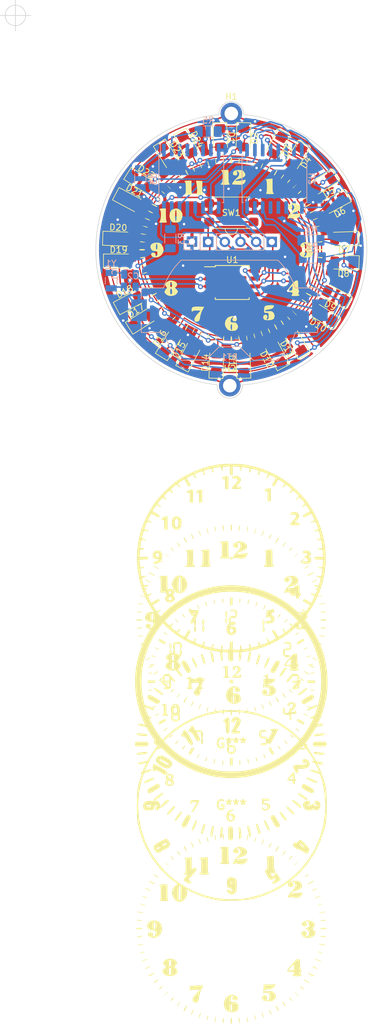
<source format=kicad_pcb>
(kicad_pcb (version 20211014) (generator pcbnew)
  (layers (0 "F.Cu" signal) (31 "B.Cu" signal) (34 "B.Paste" user) (35 "F.Paste" user) (36 "B.SilkS" user "B.Silkscreen") (37 "F.SilkS" user "F.Silkscreen") (38 "B.Mask" user) (39 "F.Mask" user) (44 "Edge.Cuts" user))
  (net 0 "")
  (net 1 "GND")
  (net 2 "Net-(C1-Pad1)")
  (net 3 "Net-(C1-Pad2)")
  (net 4 "Net-(C2-Pad1)")
  (net 5 "Net-(C2-Pad2)")
  (net 6 "Net-(D1-Pad2)")
  (net 7 "Net-(D12-Pad2)")
  (net 8 "Net-(D13-Pad2)")
  (net 9 "Net-(D14-Pad2)")
  (net 10 "Net-(D10-Pad1)")
  (net 11 "Net-(D11-Pad1)")
  (net 12 "Net-(D21-Pad1)")
  (net 13 "Net-(D26-Pad1)")
  (net 14 "VCC")
  (net 15 "Net-(U1-Pad7)")
  (net 16 "Net-(U1-Pad5)")
  (net 17 "Net-(U1-Pad6)")
  (net 18 "Net-(R1-Pad2)")
  (net 19 "Net-(R2-Pad2)")
  (net 20 "Net-(R3-Pad2)")
  (net 21 "Net-(R4-Pad2)")
  (net 22 "Net-(R5-Pad2)")
  (net 23 "Net-(U2-Pad9)")
  (net 28 "Net-(D15-Pad2)")
  (net 29 "Net-(D18-Pad1)")
  (net 30 "Net-(U3-Pad7)")
  (net 33 "Net-(J1-Pad1)")
  (footprint "graphics:watch9" (layer "F.Cu") (at 100 100)
    (fp_text reference "G***" hide)
    (fp_text value "LOGO" hide)
  )
  (footprint "graphics:watch2" (layer "F.Cu") (at 100 150)
    (fp_text reference "G***" hide)
    (fp_text value "LOGO" hide)
  )
  (footprint "Diode_SMD:D_1206_3216Metric_Pad1.42x1.75mm_HandSolder" (layer "F.Cu") (at 93.14287 117.119365 62)
    (fp_text reference "D15")
    (fp_text value "LED")
  )
  (footprint "Diode_SMD:D_1206_3216Metric_Pad1.42x1.75mm_HandSolder" (layer "F.Cu") (at 81.7007 101.8286)
    (fp_text reference "D19")
    (fp_text value "LED")
  )
  (footprint "Diode_SMD:D_1206_3216Metric_Pad1.42x1.75mm_HandSolder" (layer "F.Cu") (at 110.59049 84.912515 -122)
    (fp_text reference "D4")
    (fp_text value "LED")
  )
  (footprint "Diode_SMD:D_1206_3216Metric_Pad1.42x1.75mm_HandSolder" (layer "F.Cu") (at 110.59049 115.087085 122)
    (fp_text reference "D11")
    (fp_text value "LED")
  )
  (footprint "graphics:watch33" (layer "F.Cu") (at 100 170)
    (fp_text reference "G***" hide)
    (fp_text value "LOGO" hide)
  )
  (footprint "Diode_SMD:D_1206_3216Metric_Pad1.42x1.75mm_HandSolder" (layer "F.Cu") (at 85.496715 111.42869 32)
    (fp_text reference "D17")
    (fp_text value "LED")
  )
  (footprint "Diode_SMD:D_1206_3216Metric_Pad1.42x1.75mm_HandSolder" (layer "F.Cu") (at 97.587913 118.376006 88)
    (fp_text reference "D14")
    (fp_text value "LED")
  )
  (footprint "Diode_SMD:D_1206_3216Metric_Pad1.42x1.75mm_HandSolder" (layer "F.Cu") (at 118.275794 102.032913 178)
    (fp_text reference "D8")
    (fp_text value "LED")
  )
  (footprint "Ornament:TL3305AF160QG_Push_Button" (layer "F.Cu") (at 100 94 90)
    (fp_text reference "SW1")
    (fp_text value "SW_Push")
  )
  (footprint "Diode_SMD:D_1206_3216Metric_Pad1.42x1.75mm_HandSolder" (layer "F.Cu") (at 81.5848 98.2218 -2)
    (fp_text reference "D20")
    (fp_text value "LED")
  )
  (footprint "Diode_SMD:D_1206_3216Metric_Pad1.42x1.75mm_HandSolder" (layer "F.Cu") (at 118.250394 98.2472 -178)
    (fp_text reference "D7")
    (fp_text value "LED")
  )
  (footprint "graphics:watch8" (layer "F.Cu") (at 100 210)
    (fp_text reference "G***" hide)
    (fp_text value "LOGO" hide)
  )
  (footprint "Diode_SMD:D_1206_3216Metric_Pad1.42x1.75mm_HandSolder" (layer "F.Cu") (at 107.440931 83.083436 -118)
    (fp_text reference "D3")
    (fp_text value "LED")
  )
  (footprint "Diode_SMD:D_1206_3216Metric_Pad1.42x1.75mm_HandSolder" (layer "F.Cu") (at 101.951913 81.863406 -92)
    (fp_text reference "D2")
    (fp_text value "LED")
  )
  (footprint "Diode_SMD:D_1206_3216Metric_Pad1.42x1.75mm_HandSolder" (layer "F.Cu") (at 115.053472 110.694055 148)
    (fp_text reference "D10")
    (fp_text value "LED")
  )
  (footprint "graphics:watch6" (layer "F.Cu") (at 100 180)
    (fp_text reference "G***")
    (fp_text value "LOGO" hide)
  )
  (footprint "Diode_SMD:D_1206_3216Metric_Pad1.42x1.75mm_HandSolder" (layer "F.Cu") (at 92.81267 83.007236 -62)
    (fp_text reference "D24")
    (fp_text value "LED")
  )
  (footprint "Diode_SMD:D_1206_3216Metric_Pad1.42x1.75mm_HandSolder" (layer "F.Cu") (at 83.540636 108.380731 28)
    (fp_text reference "D18")
    (fp_text value "LED")
  )
  (footprint "Diode_SMD:D_1206_3216Metric_Pad1.42x1.75mm_HandSolder" (layer "F.Cu") (at 116.763765 92.35547 -152)
    (fp_text reference "D6")
    (fp_text value "LED")
  )
  (footprint "Diode_SMD:D_1206_3216Metric_Pad1.42x1.75mm_HandSolder" (layer "F.Cu") (at 89.942255 115.299128 58)
    (fp_text reference "D16")
    (fp_text value "LED")
  )
  (footprint "Diode_SMD:D_1206_3216Metric_Pad1.42x1.75mm_HandSolder" (layer "F.Cu") (at 85.217 88.9254 -32)
    (fp_text reference "D22")
    (fp_text value "LED")
  )
  (footprint "Diode_SMD:D_1206_3216Metric_Pad1.42x1.75mm_HandSolder" (layer "F.Cu") (at 114.883885 89.15511 -148)
    (fp_text reference "D5")
    (fp_text value "LED")
  )
  (footprint "Diode_SMD:D_1206_3216Metric_Pad1.42x1.75mm_HandSolder" (layer "F.Cu") (at 89.61231 84.734715 -58)
    (fp_text reference "D23")
    (fp_text value "LED")
  )
  (footprint "Diode_SMD:D_1206_3216Metric_Pad1.42x1.75mm_HandSolder" (layer "F.Cu") (at 101.954487 118.376006 92)
    (fp_text reference "D13")
    (fp_text value "LED")
  )
  (footprint "Diode_SMD:D_1206_3216Metric_Pad1.42x1.75mm_HandSolder" (layer "F.Cu") (at 98.198087 81.863406 -88)
    (fp_text reference "D1")
    (fp_text value "LED")
  )
  (footprint "Diode_SMD:D_1206_3216Metric_Pad1.42x1.75mm_HandSolder" (layer "F.Cu") (at 107.327861 116.923615 118)
    (fp_text reference "D12")
    (fp_text value "LED")
  )
  (footprint "MountingHole:MountingHole_2.2mm_M2_ISO7380_Pad" (layer "F.Cu") (at 99.748618 122.025)
    (fp_text reference "H2")
    (fp_text value "MountingHole_Pad")
  )
  (footprint "graphics:watch7" (layer "F.Cu") (at 100 190)
    (fp_text reference "G***")
    (fp_text value "LOGO" hide)
  )
  (footprint "Package_SO:SOIC-8W_5.3x5.3mm_P1.27mm" (layer "F.Cu") (at 100.1522 105.3084)
    (fp_text reference "U1")
    (fp_text value "ATtiny85-20S")
  )
  (footprint "Diode_SMD:D_1206_3216Metric_Pad1.42x1.75mm_HandSolder" (layer "F.Cu") (at 116.908785 107.454539 152)
    (fp_text reference "D9")
    (fp_text value "LED")
  )
  (footprint "Diode_SMD:D_1206_3216Metric_Pad1.42x1.75mm_HandSolder" (layer "F.Cu") (at 83.4136 92.075 -28)
    (fp_text reference "D21")
    (fp_text value "LED")
  )
  (footprint "graphics:watch3" (layer "F.Cu") (at 100 160)
    (fp_text reference "G***" hide)
    (fp_text value "LOGO" hide)
  )
  (footprint "MountingHole:MountingHole_2.2mm_M2_ISO7380_Pad" (layer "F.Cu") (at 100 77.925)
    (fp_text reference "H1")
    (fp_text value "MountingHole_Pad")
  )
  (footprint "Package_SO:SOIC-16W_7.5x10.3mm_P1.27mm" (layer "B.Cu") (at 107 88.5 90)
    (fp_text reference "U2")
    (fp_text value "74HC595")
  )
  (footprint "Connector_PinSocket_2.54mm:PinSocket_1x01_P2.54mm_Vertical" (layer "B.Cu") (at 93.6144 98.6794 -90)
    (fp_text reference "J2" hide)
    (fp_text value "Conn_01x01_Female")
  )
  (footprint "Resistor_SMD:R_1206_3216Metric_Pad1.30x1.75mm_HandSolder" (layer "B.Cu") (at 113.15 101.275 180)
    (fp_text reference "R2")
    (fp_text value "100")
  )
  (footprint "Resistor_SMD:R_1206_3216Metric_Pad1.30x1.75mm_HandSolder" (layer "B.Cu") (at 90.1 98.2 90)
    (fp_text reference "R3")
    (fp_text value "100")
  )
  (footprint "Resistor_SMD:R_1206_3216Metric_Pad1.30x1.75mm_HandSolder" (layer "B.Cu") (at 96.25 80.85 180)
    (fp_text reference "R5")
    (fp_text value "100")
  )
  (footprint "Package_SO:SOIC-16W_7.5x10.3mm_P1.27mm" (layer "B.Cu") (at 93.5 88.5 -90)
    (fp_text reference "U3")
    (fp_text value "74HC595")
  )
  (footprint "Crystal:Crystal_SMD_EuroQuartz_EQ161-2Pin_3.2x1.5mm" (layer "B.Cu") (at 80.5 105 -90)
    (fp_text reference "Y1")
    (fp_text value "Crystal")
  )
  (footprint "Connector_PinSocket_2.54mm:PinSocket_1x04_P2.54mm_Vertical" (layer "B.Cu") (at 106.5684 98.7302 90)
    (fp_text reference "J3" hide)
    (fp_text value "Conn_01x04_Female")
  )
  (footprint "Connector_PinSocket_2.54mm:PinSocket_1x01_P2.54mm_Vertical" (layer "B.Cu") (at 96.2406 98.7298 -90)
    (fp_text reference "J1")
    (fp_text value "Conn_01x01_Female")
  )
  (footprint "Battery:BatteryHolder_Keystone_1058_1x2032" (layer "B.Cu") (at 99.695 109.8 180)
    (fp_text reference "BT1")
    (fp_text value "Battery_Cell")
  )
  (footprint "Resistor_SMD:R_1206_3216Metric_Pad1.30x1.75mm_HandSolder" (layer "B.Cu") (at 85.225 88.475 90)
    (fp_text reference "R4")
    (fp_text value "100")
  )
  (footprint "Capacitor_SMD:C_0805_2012Metric" (layer "B.Cu") (at 83.499 106.0418 180)
    (fp_text reference "C2")
    (fp_text value "C")
  )
  (footprint "Capacitor_SMD:C_0805_2012Metric" (layer "B.Cu") (at 83.55 104)
    (fp_text reference "C1")
    (fp_text value "C")
  )
  (footprint "Resistor_SMD:R_1206_3216Metric_Pad1.30x1.75mm_HandSolder" (layer "B.Cu") (at 112.925 98.475 180)
    (fp_text reference "R1")
    (fp_text value "100")
  )
  (gr_arc (start 97.7 121.875167) (mid 78.007072 99.851601) (end 98 78.10001) (layer "Edge.Cuts") (width 0.1))
  (gr_arc (start 98 78.10001) (mid 100.000093 75.999747) (end 102.000186 78.10001) (layer "Edge.Cuts") (width 0.1))
  (gr_arc (start 101.799375 121.917395) (mid 99.727477 124.052384) (end 97.7 121.875167) (layer "Edge.Cuts") (width 0.1))
  (gr_arc (start 102 78.100001) (mid 121.990903 100.100689) (end 101.799375 121.917395) (layer "Edge.Cuts") (width 0.1))
  (target plus (at 64.9478 62.0268) (size 5) (width 0.1) (layer "Edge.Cuts"))
  (segment (start 100.025 77.975) (end 97.1 79.025) (width 0.25) (layer "F.Cu") (net 1))
  (segment (start 99.748618 122.025) (end 102.075 121.175) (width 0.25) (layer "F.Cu") (net 1))
  (segment (start 102.05 78.875) (end 103.85 79.2) (width 0.25) (layer "F.Cu") (net 1))
  (segment (start 102.075 121.175) (end 104.496512 120.621512) (width 0.25) (layer "F.Cu") (net 1))
  (segment (start 99.748618 122.025) (end 97.475 121.125) (width 0.25) (layer "F.Cu") (net 1))
  (segment (start 100.025 77.975) (end 102.05 78.875) (width 0.25) (layer "F.Cu") (net 1))
  (segment (start 95.425 120.775) (end 94.625 120.55) (width 0.25) (layer "F.Cu") (net 1))
  (segment (start 97.475 121.125) (end 95.425 120.775) (width 0.25) (layer "F.Cu") (net 1))
  (via (at 121 99.35) (size 0.8) (drill 0.4) (layers "F.Cu" "B.Cu") (net 1))
  (via (at 95.775 82.075) (size 0.8) (drill 0.4) (layers "F.Cu" "B.Cu") (net 1))
  (via (at 91.725 89.9) (size 0.8) (drill 0.4) (layers "F.Cu" "B.Cu") (net 1))
  (via (at 96.4 86.6) (size 0.8) (drill 0.4) (layers "F.Cu" "B.Cu") (net 1))
  (via (at 100.35 82.6) (size 0.8) (drill 0.4) (layers "F.Cu" "B.Cu") (net 1))
  (via (at 117.6 94.3) (size 0.8) (drill 0.4) (layers "F.Cu" "B.Cu") (net 1))
  (via (at 86.725 112.725) (size 0.8) (drill 0.4) (layers "F.Cu" "B.Cu") (net 1))
  (via (at 83.55 104.975) (size 0.8) (drill 0.4) (layers "F.Cu" "B.Cu") (net 1))
  (via (at 92.175 102.575) (size 0.8) (drill 0.4) (layers "F.Cu" "B.Cu") (net 1))
  (via (at 92.95 113.8) (size 0.8) (drill 0.4) (layers "F.Cu" "B.Cu") (net 1))
  (via (at 118 104.375) (size 0.8) (drill 0.4) (layers "F.Cu" "B.Cu") (net 1))
  (via (at 109.225 106.65) (size 0.8) (drill 0.4) (layers "F.Cu" "B.Cu") (net 1))
  (via (at 87.275 86.5) (size 0.8) (drill 0.4) (layers "F.Cu" "B.Cu") (net 1))
  (via (at 108.6 95.35) (size 0.8) (drill 0.4) (layers "F.Cu" "B.Cu") (net 1))
  (via (at 112.175 112.45) (size 0.8) (drill 0.4) (layers "F.Cu" "B.Cu") (net 1))
  (via (at 97.1 79.025) (size 0.8) (drill 0.4) (layers "F.Cu" "B.Cu") (net 1))
  (via (at 108.725 101.15) (size 0.8) (drill 0.4) (layers "F.Cu" "B.Cu") (net 1))
  (via (at 113.275 92.3) (size 0.8) (drill 0.4) (layers "F.Cu" "B.Cu") (net 1))
  (via (at 100.625 110.875) (size 0.8) (drill 0.4) (layers "F.Cu" "B.Cu") (net 1))
  (via (at 82.45 111.475) (size 0.8) (drill 0.4) (layers "F.Cu" "B.Cu") (net 1))
  (via (at 119.825 93.7) (size 0.8) (drill 0.4) (layers "F.Cu" "B.Cu") (net 1))
  (via (at 104.725 90.35) (size 0.8) (drill 0.4) (layers "F.Cu" "B.Cu") (net 1))
  (via (at 100.4 80.725) (size 0.8) (drill 0.4) (layers "F.Cu" "B.Cu") (net 1))
  (via (at 99.55 90.125) (size 0.8) (drill 0.4) (layers "F.Cu" "B.Cu") (net 1))
  (via (at 115.7 90.85) (size 0.8) (drill 0.4) (layers "F.Cu" "B.Cu") (net 1))
  (via (at 103.85 79.2) (size 0.8) (drill 0.4) (layers "F.Cu" "B.Cu") (net 1))
  (via (at 87.775 95.8) (size 0.8) (drill 0.4) (layers "F.Cu" "B.Cu") (net 1))
  (via (at 81.55 95.125) (size 0.8) (drill 0.4) (layers "F.Cu" "B.Cu") (net 1))
  (via (at 95.625 90.325) (size 0.8) (drill 0.4) (layers "F.Cu" "B.Cu") (net 1))
  (via (at 92.325 95.85) (size 0.8) (drill 0.4) (layers "F.Cu" "B.Cu") (net 1))
  (via (at 104.1 86.75) (size 0.8) (drill 0.4) (layers "F.Cu" "B.Cu") (net 1))
  (via (at 85.825 91.425) (size 0.8) (drill 0.4) (layers "F.Cu" "B.Cu") (net 1))
  (segment (start 83.475 107.65) (end 83.55 104.975) (width 0.25) (layer "B.Cu") (net 1))
  (segment (start 102.575 91.65) (end 103.475 90.975) (width 0.25) (layer "B.Cu") (net 1))
  (segment (start 85.015 109.8) (end 83.475 107.65) (width 0.25) (layer "B.Cu") (net 1))
  (segment (start 102.555 93.15) (end 102.575 91.65) (width 0.25) (layer "B.Cu") (net 1))
  (segment (start 80.5 103.75) (end 82.35 103.75) (width 0.25) (layer "B.Cu") (net 2))
  (segment (start 82.35 103.75) (end 82.6 104) (width 0.25) (layer "B.Cu") (net 2))
  (segment (start 95 104.75) (end 96.4256 104.75) (width 0.25) (layer "F.Cu") (net 3))
  (segment (start 96.4256 104.75) (end 96.5022 104.6734) (width 0.25) (layer "F.Cu") (net 3))
  (via (at 95 104.75) (size 0.8) (drill 0.4) (layers "F.Cu" "B.Cu") (net 3))
  (segment (start 85.25 104.75) (end 84.5 104) (width 0.25) (layer "B.Cu") (net 3))
  (segment (start 95 104.75) (end 85.25 104.75) (width 0.25) (layer "B.Cu") (net 3))
  (segment (start 96.5022 105.9434) (end 95.0566 105.9434) (width 0.25) (layer "F.Cu") (net 4))
  (segment (start 95.0566 105.9434) (end 95 106) (width 0.25) (layer "F.Cu") (net 4))
  (via (at 95 106) (size 0.8) (drill 0.4) (layers "F.Cu" "B.Cu") (net 4))
  (segment (start 84.449 106.0418) (end 84.9582 106.0418) (width 0.25) (layer "B.Cu") (net 4))
  (segment (start 85.4582 105.5418) (end 94.5418 105.5418) (width 0.25) (layer "B.Cu") (net 4))
  (segment (start 84.9582 106.0418) (end 85.4582 105.5418) (width 0.25) (layer "B.Cu") (net 4))
  (segment (start 94.5418 105.5418) (end 95 106) (width 0.25) (layer "B.Cu") (net 4))
  (segment (start 82.549 106.0418) (end 80.7082 106.0418) (width 0.25) (layer "B.Cu") (net 5))
  (segment (start 80.7082 106.0418) (end 80.5 106.25) (width 0.25) (layer "B.Cu") (net 5))
  (segment (start 80.05 92.25) (end 84.025 94.25) (width 0.2) (layer "F.Cu") (net 6))
  (segment (start 84.025 94.25) (end 84.525 94.5) (width 0.2) (layer "F.Cu") (net 6))
  (segment (start 85.8 112.15) (end 85.825 113.125) (width 0.25) (layer "F.Cu") (net 6))
  (segment (start 111.7 113.3) (end 113.504545 115.829545) (width 0.2) (layer "F.Cu") (net 6))
  (segment (start 81.55 98.45) (end 81.725 101.7) (width 0.25) (layer "F.Cu") (net 6))
  (segment (start 85.5 111.575) (end 85.8 112.15) (width 0.25) (layer "F.Cu") (net 6))
  (segment (start 83.725 108.975) (end 85.5 111.575) (width 0.25) (layer "F.Cu") (net 6))
  (segment (start 118.325 99.625) (end 118.275 102.5) (width 0.25) (layer "F.Cu") (net 6))
  (segment (start 81.725 101.7) (end 81.975 105.325) (width 0.25) (layer "F.Cu") (net 6))
  (segment (start 111.7 113.3) (end 111.125 112.15) (width 0.2) (layer "F.Cu") (net 6))
  (segment (start 85.825 113.125) (end 87.025 114.075) (width 0.25) (layer "F.Cu") (net 6))
  (segment (start 81.975 105.325) (end 83.725 108.975) (width 0.25) (layer "F.Cu") (net 6))
  (segment (start 96.247303 78.929113) (end 96.775 83.4) (width 0.2) (layer "F.Cu") (net 6))
  (segment (start 98.2 83.325) (end 96.775 83.4) (width 0.2) (layer "F.Cu") (net 6))
  (segment (start 83.071394 98.273713) (end 81.55 98.45) (width 0.25) (layer "F.Cu") (net 6))
  (via (at 113.504545 115.829545) (size 0.8) (drill 0.4) (layers "F.Cu" "B.Cu") (net 6))
  (via (at 118.325 99.625) (size 0.8) (drill 0.4) (layers "F.Cu" "B.Cu") (net 6))
  (via (at 87.025 114.075) (size 0.8) (drill 0.4) (layers "F.Cu" "B.Cu") (net 6))
  (via (at 118.275 102.5) (size 0.8) (drill 0.4) (layers "F.Cu" "B.Cu") (net 6))
  (arc (start 80.05 92.25) (mid 86.405296 83.469754) (end 96.247303 78.929113) (width 0.2) (layer "F.Cu") (net 6))
  (arc (start 113.4 109.6) (mid 111.675035 111.636734) (end 109.64398 113.368382) (width 0.2) (layer "F.Cu") (net 6))
  (arc (start 83.650001 98.425) (mid 84.167098 95.624116) (end 85.159558 92.954403) (width 0.2) (layer "F.Cu") (net 6))
  (segment (start 113.504545 115.829545) (end 110.525 117.6) (width 0.25) (layer "B.Cu") (net 6))
  (segment (start 113.975 115.55) (end 113.504545 115.829545) (width 0.25) (layer "B.Cu") (net 6))
  (segment (start 117.9 110.725) (end 115.75 113.975) (width 0.25) (layer "B.Cu") (net 6))
  (segment (start 115.75 113.975) (end 113.975 115.55) (width 0.25) (layer "B.Cu") (net 6))
  (segment (start 118.275 102.5) (end 120.6 103.75) (width 0.25) (layer "B.Cu") (net 6))
  (segment (start 120.6 103.75) (end 120.05 106.35) (width 0.25) (layer "B.Cu") (net 6))
  (segment (start 102.575 119.45) (end 110.525 117.6) (width 0.25) (layer "B.Cu") (net 6))
  (segment (start 87.025 114.075) (end 92.4 118.625) (width 0.25) (layer "B.Cu") (net 6))
  (segment (start 114.475 98.475) (end 118.325 99.625) (width 0.25) (layer "B.Cu") (net 6))
  (segment (start 120.05 106.35) (end 117.9 110.725) (width 0.25) (layer "B.Cu") (net 6))
  (segment (start 92.4 118.625) (end 102.575 119.45) (width 0.25) (layer "B.Cu") (net 6))
  (segment (start 86.588655 89.713655) (end 87.4 90.525) (width 0.25) (layer "F.Cu") (net 7))
  (segment (start 106.125 114.475) (end 106.625 115.6) (width 0.2) (layer "F.Cu") (net 7))
  (segment (start 86.478472 89.713655) (end 86.486345 89.713655) (width 0.25) (layer "F.Cu") (net 7))
  (segment (start 114.5 106.075) (end 115.125 104.95) (width 0.2) (layer "F.Cu") (net 7))
  (segment (start 101.9 83.35) (end 101.145736 83.35) (width 0.25) (layer "F.Cu") (net 7))
  (segment (start 115.575 106.725) (end 114.5 106.075) (width 0.2) (layer "F.Cu") (net 7))
  (segment (start 101.145736 83.35) (end 100.378771 84.116965) (width 0.25) (layer "F.Cu") (net 7))
  (segment (start 102.275 81.7) (end 101.9 83.35) (width 0.25) (layer "F.Cu") (net 7))
  (segment (start 83.1882 101.8286) (end 84.3786 101.8286) (width 0.25) (layer "F.Cu") (net 7))
  (segment (start 86.478472 89.713655) (end 86.588655 89.713655) (width 0.25) (layer "F.Cu") (net 7))
  (segment (start 86.486345 89.713655) (end 87.65 88.55) (width 0.25) (layer "F.Cu") (net 7))
  (via (at 102.275 81.7) (size 0.8) (drill 0.4) (layers "F.Cu" "B.Cu") (net 7))
  (via (at 100.378771 84.116965) (size 0.8) (drill 0.4) (layers "F.Cu" "B.Cu") (net 7))
  (via (at 115.125 104.95) (size 0.8) (drill 0.4) (layers "F.Cu" "B.Cu") (net 7))
  (via (at 87.65 88.55) (size 0.8) (drill 0.4) (layers "F.Cu" "B.Cu") (net 7))
  (arc (start 84.4 101.85) (mid 84.835136 95.893983) (end 87.45 90.525) (width 0.2) (layer "F.Cu") (net 7))
  (arc (start 114.499999 106.075) (mid 111.132473 111.100614) (end 106.116531 114.482529) (width 0.2) (layer "F.Cu") (net 7))
  (segment (start 115.975 87.15) (end 112.25 82.9) (width 0.25) (layer "B.Cu") (net 7))
  (segment (start 121.025 94.975) (end 120.6 93.55) (width 0.2) (layer "B.Cu") (net 7))
  (segment (start 108.275 80.85) (end 109.025 81.375) (width 0.25) (layer "B.Cu") (net 7))
  (segment (start 119.625 100.3) (end 120.5 96.8) (width 0.2) (layer "B.Cu") (net 7))
  (segment (start 109.625 81.5) (end 110.3 81.6) (width 0.25) (layer "B.Cu") (net 7))
  (segment (start 95.945736 88.55) (end 87.65 88.55) (width 0.25) (layer "B.Cu") (net 7))
  (segment (start 113.575 88.325) (end 115.975 87.15) (width 0.25) (layer "B.Cu") (net 7))
  (segment (start 111.825 82.525) (end 111.4 82.125) (width 0.25) (layer "B.Cu") (net 7))
  (segment (start 103.875 80.675) (end 105.35 80.075) (width 0.25) (layer "B.Cu") (net 7))
  (segment (start 120.6 93.55) (end 120 91.675) (width 0.2) (layer "B.Cu") (net 7))
  (segment (start 120.5 96.8) (end 121.025 94.975) (width 0.2) (layer "B.Cu") (net 7))
  (segment (start 114.7 101.275) (end 119.625 100.3) (width 0.2) (layer "B.Cu") (net 7))
  (segment (start 118.8 90.875) (end 117.225 88.825) (width 0.25) (layer "B.Cu") (net 7))
  (segment (start 115.125 104.95) (end 114.7 101.275) (width 0.2) (layer "B.Cu") (net 7))
  (segment (start 120 91.675) (end 119.4 90.75) (width 0.2) (layer "B.Cu") (net 7))
  (segment (start 113.475 89.4) (end 113.575 88.325) (width 0.25) (layer "B.Cu") (net 7))
  (segment (start 112.25 82.9) (end 111.825 82.525) (width 0.25) (layer "B.Cu") (net 7))
  (segment (start 103.125 81.65) (end 103.55 81.6) (width 0.25) (layer "B.Cu") (net 7))
  (segment (start 109.025 81.375) (end 109.625 81.5) (width 0.25) (layer "B.Cu") (net 7))
  (segment (start 117.225 88.825) (end 115.3 90.175) (width 0.25) (layer "B.Cu") (net 7))
  (segment (start 111.4 82.125) (end 110.3 81.6) (width 0.25) (layer "B.Cu") (net 7))
  (segment (start 119.4 90.75) (end 118.8 90.875) (width 0.2) (layer "B.Cu") (net 7))
  (segment (start 103.55 81.6) (end 103.875 80.675) (width 0.25) (layer "B.Cu") (net 7))
  (segment (start 106.55 79.9) (end 108.275 80.85) (width 0.25) (layer "B.Cu") (net 7))
  (segment (start 105.35 80.075) (end 106.55 79.9) (width 0.25) (layer "B.Cu") (net 7))
  (segment (start 103.125 81.65) (end 102.275 81.7) (width 0.25) (layer "B.Cu") (net 7))
  (segment (start 100.378771 84.116965) (end 95.945736 88.55) (width 0.25) (layer "B.Cu") (net 7))
  (segment (start 115.3 90.175) (end 113.475 89.4) (width 0.25) (layer "B.Cu") (net 7))
  (segment (start 90.4 86.05) (end 91.275 87.55) (width 0.2) (layer "F.Cu") (net 8))
  (segment (start 101.910773 115.589066) (end 101.910773 116.881213) (width 0.2) (layer "F.Cu") (net 8))
  (segment (start 86.5 106.95) (end 86.975 108.125) (width 0.2) (layer "F.Cu") (net 8))
  (segment (start 101.9 115.575) (end 101.8 115.075) (width 0.2) (layer "F.Cu") (net 8))
  (segment (start 116.75 101.975) (end 115.075 101.825) (width 0.2) (layer "F.Cu") (net 8))
  (segment (start 100.875 115.35) (end 101.794843 115.081666) (width 0.2) (layer "F.Cu") (net 8))
  (segment (start 101.910773 116.881213) (end 101.902574 116.889412) (width 0.2) (layer "F.Cu") (net 8))
  (segment (start 84.875 107.675) (end 86.5 106.95) (width 0.2) (layer "F.Cu") (net 8))
  (segment (start 105.8 85.95) (end 106.775 84.375) (width 0.2) (layer "F.Cu") (net 8))
  (via (at 94.918044 85.507107) (size 0.8) (drill 0.4) (layers "F.Cu" "B.Cu") (net 8))
  (via (at 86.975 108.125) (size 0.8) (drill 0.4) (layers "F.Cu" "B.Cu") (net 8))
  (via (at 100.875 115.35) (size 0.8) (drill 0.4) (layers "F.Cu" "B.Cu") (net 8))
  (via (at 84.825 102.625) (size 0.8) (drill 0.4) (layers "F.Cu" "B.Cu") (net 8))
  (via (at 93.584639 86.059978) (size 0.8) (drill 0.4) (layers "F.Cu" "B.Cu") (net 8))
  (arc (start 94.875 85.700001) (mid 100.366525 84.813781) (end 105.808903 85.963895) (width 0.2) (layer "F.Cu") (net 8))
  (arc (start 91.275 87.55) (mid 92.420248 86.8214) (end 93.625919 86.197855) (width 0.2) (layer "F.Cu") (net 8))
  (arc (start 86.5 106.95) (mid 85.258682 96.360489) (end 91.285872 87.565513) (width 0.2) (layer "F.Cu") (net 8))
  (arc (start 115.074999 101.85) (mid 110.719941 110.759227) (end 101.794843 115.081666) (width 0.2) (layer "F.Cu") (net 8))
  (segment (start 86.975 108.125) (end 98.725 115.275) (width 0.2) (layer "B.Cu") (net 8))
  (segment (start 98.725 115.275) (end 100.875 115.35) (width 0.2) (layer "B.Cu") (net 8))
  (segment (start 84.825 102.625) (end 90.1 99.75) (width 0.25) (layer "B.Cu") (net 8))
  (segment (start 93.584639 86.059978) (end 94.365173 86.059978) (width 0.25) (layer "B.Cu") (net 8))
  (segment (start 94.365173 86.059978) (end 94.918044 85.507107) (width 0.25) (layer "B.Cu") (net 8))
  (segment (start 89.15 110.3) (end 88.725 109.35) (width 0.2) (layer "F.Cu") (net 9))
  (segment (start 116.7638 98.299113) (end 115.400887 98.299113) (width 0.25) (layer "F.Cu") (net 9))
  (segment (start 88.725 109.35) (end 86.8 110.6) (width 0.2) (layer "F.Cu") (net 9))
  (segment (start 97.794228 114.487911) (end 96.25 114.675) (width 0.2) (layer "F.Cu") (net 9))
  (segment (start 97.809231 116.720007) (end 97.639826 116.889412) (width 0.2) (layer "F.Cu") (net 9))
  (segment (start 97.8 115.025) (end 97.8 114.475) (width 0.2) (layer "F.Cu") (net 9))
  (segment (start 93.525 84.325) (end 94.525 86.4) (width 0.2) (layer "F.Cu") (net 9))
  (segment (start 108.375 87.975) (end 109.825 86.2) (width 0.2) (layer "F.Cu") (net 9))
  (segment (start 97.809231 115.03664) (end 97.809231 116.720007) (width 0.2) (layer "F.Cu") (net 9))
  (segment (start 115.400887 98.299113) (end 114.599112 98.299113) (width 0.25) (layer "F.Cu") (net 9))
  (segment (start 115.400887 98.299113) (end 115.4 98.3) (width 0.25) (layer "F.Cu") (net 9))
  (segment (start 114.599112 98.299113) (end 114.549999 98.25) (width 0.25) (layer "F.Cu") (net 9))
  (via (at 89.15 110.3) (size 0.8) (drill 0.4) (layers "F.Cu" "B.Cu") (net 9))
  (via (at 96.25 114.675) (size 0.8) (drill 0.4) (layers "F.Cu" "B.Cu") (net 9))
  (via (at 88.05 91.85) (size 0.8) (drill 0.4) (layers "F.Cu" "B.Cu") (net 9))
  (arc (start 88.725 109.35) (mid 85.787455 96.457162) (end 94.432984 86.4517) (width 0.2) (layer "F.Cu") (net 9))
  (arc (start 114.549999 98.25) (mid 110.198648 110.523904) (end 97.794228 114.487911) (width 0.2) (layer "F.Cu") (net 9))
  (arc (start 94.525 86.400001) (mid 101.654155 85.432935) (end 108.384962 87.973862) (width 0.2) (layer "F.Cu") (net 9))
  (segment (start 85.225 90.025) (end 88.05 91.85) (width 0.25) (layer "B.Cu") (net 9))
  (segment (start 96.25 114.675) (end 89.15 110.3) (width 0.2) (layer "B.Cu") (net 9))
  (segment (start 118.07715 91.657131) (end 117.4 90.425) (width 0.25) (layer "F.Cu") (net 10))
  (segment (start 118.22217 107.48223) (end 118.22217 108.152878) (width 0.25) (layer "F.Cu") (net 10))
  (via (at 117.4 90.425) (size 0.8) (drill 0.4) (layers "F.Cu" "B.Cu") (net 10))
  (arc (start 118.160799 91.6686) (mid 119.908617 101.864343) (end 116.320316 111.566514) (width 0.2) (layer "F.Cu") (net 10))
  (segment (start 114.85 93.125) (end 111.445 93.15) (width 0.25) (layer "B.Cu") (net 10))
  (segment (start 117.4 90.425) (end 114.85 93.125) (width 0.25) (layer "B.Cu") (net 10))
  (segment (start 110.725 115.075) (end 111.378745 116.348557) (width 0.25) (layer "F.Cu") (net 11))
  (segment (start 98.195287 119.901394) (end 98.169887 119.875994) (width 0.25) (layer "F.Cu") (net 11))
  (via (at 110.725 115.075) (size 0.8) (drill 0.4) (layers "F.Cu" "B.Cu") (net 11))
  (arc (start 111.379 116.3574) (mid 102.198855 119.792638) (end 92.491977 118.431599) (width 0.2) (layer "F.Cu") (net 11))
  (segment (start 113.3 96.775) (end 112.975 95.975) (width 0.25) (layer "B.Cu") (net 11))
  (segment (start 114.125 114.625) (end 115.475 113.3) (width 0.25) (layer "B.Cu") (net 11))
  (segment (start 118.5 107.65) (end 114.325 105.575) (width 0.25) (layer "B.Cu") (net 11))
  (segment (start 114.325 105.575) (end 113.275 102.7) (width 0.25) (layer "B.Cu") (net 11))
  (segment (start 115.475 113.3) (end 117.625 110.225) (width 0.25) (layer "B.Cu") (net 11))
  (segment (start 110.725 115.075) (end 113.1 114.9) (width 0.25) (layer "B.Cu") (net 11))
  (segment (start 111.075 94.875) (end 110.175 93.15) (width 0.25) (layer "B.Cu") (net 11))
  (segment (start 117.625 110.225) (end 118.5 107.65) (width 0.25) (layer "B.Cu") (net 11))
  (segment (start 112.975 95.975) (end 111.075 94.875) (width 0.25) (layer "B.Cu") (net 11))
  (segment (start 113.1 114.9) (end 114.125 114.625) (width 0.25) (layer "B.Cu") (net 11))
  (segment (start 113.275 102.7) (end 113.3 96.775) (width 0.25) (layer "B.Cu") (net 11))
  (segment (start 92.114331 81.693851) (end 93.7 82.175) (width 0.25) (layer "F.Cu") (net 12))
  (segment (start 92.114331 81.693851) (end 91.508749 81.693851) (width 0.25) (layer "F.Cu") (net 12))
  (segment (start 83.828843 88.112855) (end 83.905043 88.112855) (width 0.25) (layer "F.Cu") (net 12))
  (via (at 93.7 82.175) (size 0.8) (drill 0.4) (layers "F.Cu" "B.Cu") (net 12))
  (arc (start 81.600001 91) (mid 85.846454 85.193343) (end 91.838642 81.212978) (width 0.2) (layer "F.Cu") (net 12))
  (segment (start 94.725 82.325) (end 95.405 83.85) (width 0.25) (layer "B.Cu") (net 12))
  (segment (start 93.7 82.175) (end 94.725 82.325) (width 0.25) (layer "B.Cu") (net 12))
  (segment (start 103.318604 100.5768) (end 102.665404 99.9236) (width 0.25) (layer "F.Cu") (net 14))
  (segment (start 103.8022 103.4034) (end 103.6216 103.4034) (width 0.25) (layer "F.Cu") (net 14))
  (segment (start 104.3268 100.5768) (end 103.318604 100.5768) (width 0.25) (layer "F.Cu") (net 14))
  (segment (start 104.7314 103.0186) (end 104.7314 100.9814) (width 0.25) (layer "F.Cu") (net 14))
  (segment (start 103.8022 103.4034) (end 102.25 103.375) (width 0.25) (layer "F.Cu") (net 14))
  (segment (start 100.1418 99.9236) (end 98.9484 98.7302) (width 0.25) (layer "F.Cu") (net 14))
  (segment (start 104.3466 103.4034) (end 104.7314 103.0186) (width 0.25) (layer "F.Cu") (net 14))
  (segment (start 102.665404 99.9236) (end 100.1418 99.9236) (width 0.25) (layer "F.Cu") (net 14))
  (segment (start 90.35 91.525) (end 95.025 91.525) (width 0.25) (layer "F.Cu") (net 14))
  (segment (start 98.9484 98.7302) (end 99.304 98.7302) (width 0.25) (layer "F.Cu") (net 14))
  (segment (start 104.7314 100.9814) (end 104.3268 100.5768) (width 0.25) (layer "F.Cu") (net 14))
  (segment (start 103.8022 103.4034) (end 104.3466 103.4034) (width 0.25) (layer "F.Cu") (net 14))
  (via (at 90.35 91.525) (size 0.8) (drill 0.4) (layers "F.Cu" "B.Cu") (net 14))
  (via (at 95.025 91.525) (size 0.8) (drill 0.4) (layers "F.Cu" "B.Cu") (net 14))
  (via (at 102.25 103.375) (size 0.8) (drill 0.4) (layers "F.Cu" "B.Cu") (net 14))
  (segment (start 103.825 82.575) (end 103.825 83.85) (width 0.25) (layer "B.Cu") (net 14))
  (segment (start 110.25 82.15) (end 107.125 81.425) (width 0.25) (layer "B.Cu") (net 14))
  (segment (start 96.675 89.3) (end 100.55 85.75) (width 0.25) (layer "B.Cu") (net 14))
  (segment (start 100.55 85.75) (end 103.375 85.75) (width 0.25) (layer "B.Cu") (net 14))
  (segment (start 88.625 95.4) (end 88.575 97.6) (width 0.25) (layer "B.Cu") (net 14))
  (segment (start 97 97.25) (end 98.9484 98.7302) (width 0.25) (layer "B.Cu") (net 14))
  (segment (start 105.625 80.625) (end 105.15 80.825) (width 0.25) (layer "B.Cu") (net 14))
  (segment (start 89.05 95.1) (end 88.625 95.4) (width 0.25) (layer "B.Cu") (net 14))
  (segment (start 90.1 91.675) (end 90.35 91.525) (width 0.25) (layer "B.Cu") (net 14))
  (segment (start 96.675 93.15) (end 96.675 91.525) (width 0.25) (layer "B.Cu") (net 14))
  (segment (start 103.375 85.75) (end 103.7 85.45) (width 0.25) (layer "B.Cu") (net 14))
  (segment (start 91.725 98) (end 92.275 97.2) (width 0.25) (layer "B.Cu") (net 14))
  (segment (start 111.425 82.775) (end 110.25 82.15) (width 0.25) (layer "B.Cu") (net 14))
  (segment (start 103.7 85.45) (end 103.825 85.275) (width 0.25) (layer "B.Cu") (net 14))
  (segment (start 95.025 91.525) (end 96.675 91.525) (width 0.25) (layer "B.Cu") (net 14))
  (segment (start 102.25 103.375) (end 104.875 107.525) (width 0.25) (layer "B.Cu") (net 14))
  (segment (start 105.15 80.825) (end 104.225 81.075) (width 0.25) (layer "B.Cu") (net 14))
  (segment (start 89.055 93.15) (end 89.05 95.1) (width 0.25) (layer "B.Cu") (net 14))
  (segment (start 104.225 81.075) (end 104.1 81.475) (width 0.25) (layer "B.Cu") (net 14))
  (segment (start 92.275 97.2) (end 97 97.25) (width 0.25) (layer "B.Cu") (net 14))
  (segment (start 96.675 91.525) (end 96.675 89.3) (width 0.25) (layer "B.Cu") (net 14))
  (segment (start 104.1 81.475) (end 103.825 82.575) (width 0.25) (layer "B.Cu") (net 14))
  (segment (start 106.625 80.65) (end 105.625 80.625) (width 0.25) (layer "B.Cu") (net 14))
  (segment (start 103.825 85.275) (end 103.825 83.85) (width 0.25) (layer "B.Cu") (net 14))
  (segment (start 88.575 97.6) (end 89.025 98) (width 0.25) (layer "B.Cu") (net 14))
  (segment (start 104.875 107.525) (end 114.375 109.8) (width 0.25) (layer "B.Cu") (net 14))
  (segment (start 89.055 93.15) (end 89.05 92.45) (width 0.25) (layer "B.Cu") (net 14))
  (segment (start 89.025 98) (end 91.725 98) (width 0.25) (layer "B.Cu") (net 14))
  (segment (start 89.05 92.45) (end 90.1 91.675) (width 0.25) (layer "B.Cu") (net 14))
  (segment (start 107.125 81.425) (end 106.625 80.65) (width 0.25) (layer "B.Cu") (net 14))
  (segment (start 111.445 83.85) (end 111.425 82.775) (width 0.25) (layer "B.Cu") (net 14))
  (segment (start 105.3753 103.6253) (end 105.475 103.5256) (width 0.25) (layer "F.Cu") (net 15))
  (segment (start 112.875 87.825) (end 111.1 85.3) (width 0.25) (layer "F.Cu") (net 15))
  (segment (start 105.475 100.975) (end 104.6268 100.1268) (width 0.25) (layer "F.Cu") (net 15))
  (segment (start 111.225 103.925) (end 112.175 100.775) (width 0.25) (layer "F.Cu") (net 15))
  (segment (start 109.125 91.95) (end 108.6 91.5) (width 0.25) (layer "F.Cu") (net 15))
  (segment (start 103.505 100.1268) (end 102.1084 98.7302) (width 0.25) (layer "F.Cu") (net 15))
  (segment (start 105.475 103.5256) (end 105.475 100.975) (width 0.25) (layer "F.Cu") (net 15))
  (segment (start 111.825 96.75) (end 109.125 91.95) (width 0.25) (layer "F.Cu") (net 15))
  (segment (start 108.5 103.825) (end 111.225 103.925) (width 0.25) (layer "F.Cu") (net 15))
  (segment (start 108.6 91.5) (end 112.875 87.825) (width 0.25) (layer "F.Cu") (net 15))
  (segment (start 105.3253 103.6753) (end 105.3753 103.6253) (width 0.25) (layer "F.Cu") (net 15))
  (segment (start 112.175 100.775) (end 111.825 96.75) (width 0.25) (layer "F.Cu") (net 15))
  (segment (start 107.4 83.425) (end 105.85 82.225) (width 0.25) (layer "F.Cu") (net 15))
  (segment (start 102.1084 98.7302) (end 101.4884 98.7302) (width 0.25) (layer "F.Cu") (net 15))
  (segment (start 111.1 85.3) (end 107.4 83.425) (width 0.25) (layer "F.Cu") (net 15))
  (segment (start 104.3272 104.6734) (end 105.3253 103.6753) (width 0.25) (layer "F.Cu") (net 15))
  (segment (start 104.6268 100.1268) (end 103.505 100.1268) (width 0.25) (layer "F.Cu") (net 15))
  (segment (start 103.8022 104.6734) (end 104.3272 104.6734) (width 0.25) (layer "F.Cu") (net 15))
  (via (at 105.85 82.225) (size 0.8) (drill 0.4) (layers "F.Cu" "B.Cu") (net 15))
  (via (at 108.5 103.825) (size 0.8) (drill 0.4) (layers "F.Cu" "B.Cu") (net 15))
  (via (at 105.3253 103.6753) (size 0.8) (drill 0.4) (layers "F.Cu" "B.Cu") (net 15))
  (segment (start 94.175 94.425) (end 94.135 93.15) (width 0.25) (layer "B.Cu") (net 15))
  (segment (start 101.45 97.55) (end 100.85 97.15) (width 0.25) (layer "B.Cu") (net 15))
  (segment (start 105.85 82.225) (end 106.365 83.85) (width 0.25) (layer "B.Cu") (net 15))
  (segment (start 98.2 97.15) (end 95.475 94.7) (width 0.25) (layer "B.Cu") (net 15))
  (segment (start 94.45 94.7) (end 94.175 94.425) (width 0.25) (layer "B.Cu") (net 15))
  (segment (start 100.85 97.15) (end 98.2 97.15) (width 0.25) (layer "B.Cu") (net 15))
  (segment (start 105.3253 103.6753) (end 108.5 103.825) (width 0.25) (layer "B.Cu") (net 15))
  (segment (start 95.475 94.7) (end 94.45 94.7) (width 0.25) (layer "B.Cu") (net 15))
  (segment (start 101.4884 98.7302) (end 101.45 97.55) (width 0.25) (layer "B.Cu") (net 15))
  (segment (start 103.8022 107.2134) (end 104.9274 107.2134) (width 0.25) (layer "F.Cu") (net 16))
  (segment (start 104.9274 107.2134) (end 106.725 105.4158) (width 0.25) (layer "F.Cu") (net 16))
  (segment (start 106.725 98.8868) (end 106.5684 98.7302) (width 0.25) (layer "F.Cu") (net 16))
  (segment (start 106.725 105.4158) (end 106.725 98.8868) (width 0.25) (layer "F.Cu") (net 16))
  (arc (start 106.2128 99.0858) (mid 106.316953 98.834353) (end 106.5684 98.7302) (width 0.25) (layer "F.Cu") (net 16))
  (segment (start 106.3802 98.7302) (end 101.825 94.175) (width 0.25) (layer "B.Cu") (net 16))
  (segment (start 106.5684 98.7302) (end 106.3802 98.7302) (width 0.25) (layer "B.Cu") (net 16))
  (segment (start 106.5 86.375) (end 108.425 86.4) (width 0.25) (layer "B.Cu") (net 16))
  (segment (start 101.825 91.356751) (end 106.5 86.375) (width 0.25) (layer "B.Cu") (net 16))
  (segment (start 108.95 85.875) (end 108.905 83.85) (width 0.25) (layer "B.Cu") (net 16))
  (segment (start 108.905 84.276751) (end 108.905 83.85) (width 0.25) (layer "B.Cu") (net 16))
  (segment (start 101.825 94.175) (end 101.825 91.356751) (width 0.25) (layer "B.Cu") (net 16))
  (segment (start 108.425 86.4) (end 108.95 85.875) (width 0.25) (layer "B.Cu") (net 16))
  (segment (start 103.8022 105.9434) (end 104.394 105.9434) (width 0.25) (layer "F.Cu") (net 17))
  (segment (start 108.475562 105.050562) (end 111.45 105.325) (width 0.25) (layer "F.Cu") (net 17))
  (segment (start 106.525 81.825) (end 106.325 81.525) (width 0.25) (layer "F.Cu") (net 17))
  (segment (start 112.825 100.775) (end 112.375 96.525) (width 0.25) (layer "F.Cu") (net 17))
  (segment (start 113.725 88.05) (end 114.175 87.7) (width 0.25) (layer "F.Cu") (net 17))
  (segment (start 107.9 83.1) (end 106.725 82.325) (width 0.25) (layer "F.Cu") (net 17))
  (segment (start 112.375 96.525) (end 110.1 92.375) (width 0.25) (layer "F.Cu") (net 17))
  (segment (start 106.125 100.8268) (end 104.0284 98.7302) (width 0.25) (layer "F.Cu") (net 17))
  (segment (start 104.394 105.9434) (end 105.2687 105.0687) (width 0.25) (layer "F.Cu") (net 17))
  (segment (start 105.2687 105.0687) (end 106.125 104.2124) (width 0.25) (layer "F.Cu") (net 17))
  (segment (start 111.45 105.325) (end 112.825 100.775) (width 0.25) (layer "F.Cu") (net 17))
  (segment (start 114.175 87.7) (end 111.975 85.25) (width 0.25) (layer "F.Cu") (net 17))
  (segment (start 106.325 81.525) (end 105.625 81.375) (width 0.25) (layer "F.Cu") (net 17))
  (segment (start 110.1 92.375) (end 109.475 91.575) (width 0.25) (layer "F.Cu") (net 17))
  (segment (start 110.75 84.6) (end 107.9 83.1) (width 0.25) (layer "F.Cu") (net 17))
  (segment (start 105.625 81.375) (end 104.85 81.675) (width 0.25) (layer "F.Cu") (net 17))
  (segment (start 106.125 104.2124) (end 106.125 100.8268) (width 0.25) (layer "F.Cu") (net 17))
  (segment (start 109.475 91.575) (end 113.725 88.05) (width 0.25) (layer "F.Cu") (net 17))
  (segment (start 106.725 82.325) (end 106.525 81.825) (width 0.25) (layer "F.Cu") (net 17))
  (segment (start 111.975 85.25) (end 110.75 84.6) (width 0.25) (layer "F.Cu") (net 17))
  (via (at 105.2687 105.0687) (size 0.8) (drill 0.4) (layers "F.Cu" "B.Cu") (net 17))
  (via (at 104.85 81.675) (size 0.8) (drill 0.4) (layers "F.Cu" "B.Cu") (net 17))
  (via (at 108.475562 105.050562) (size 0.8) (drill 0.4) (layers "F.Cu" "B.Cu") (net 17))
  (segment (start 105.2687 105.0687) (end 108.475562 105.050562) (width 0.25) (layer "B.Cu") (net 17))
  (segment (start 108.475562 105.050562) (end 108.575 105.05) (width 0.25) (layer "B.Cu") (net 17))
  (segment (start 105.095 83.85) (end 104.85 81.675) (width 0.25) (layer "B.Cu") (net 17))
  (segment (start 98.275 96.446751) (end 98.275 96.45) (width 0.25) (layer "B.Cu") (net 17))
  (segment (start 98.275 96.45) (end 98.475 96.625) (width 0.25) (layer "B.Cu") (net 17))
  (segment (start 101.9232 96.625) (end 104.0284 98.7302) (width 0.25) (layer "B.Cu") (net 17))
  (segment (start 98.475 96.625) (end 101.9232 96.625) (width 0.25) (layer "B.Cu") (net 17))
  (segment (start 95.405 93.15) (end 95.405 93.576751) (width 0.25) (layer "B.Cu") (net 17))
  (segment (start 95.405 93.576751) (end 98.275 96.446751) (width 0.25) (layer "B.Cu") (net 17))
  (segment (start 105.625 94.975) (end 105.095 93.15) (width 0.25) (layer "B.Cu") (net 18))
  (segment (start 111.375 98.475) (end 106.725 95.1) (width 0.25) (layer "B.Cu") (net 18))
  (segment (start 106.725 95.1) (end 105.625 94.975) (width 0.25) (layer "B.Cu") (net 18))
  (segment (start 103.825 93.15) (end 104.825 94.8) (width 0.25) (layer "B.Cu") (net 19))
  (segment (start 104.825 94.8) (end 105.55 95.975) (width 0.25) (layer "B.Cu") (net 19))
  (segment (start 107.025 95.975) (end 111.6 101.275) (width 0.25) (layer "B.Cu") (net 19))
  (segment (start 105.55 95.975) (end 107.025 95.975) (width 0.25) (layer "B.Cu") (net 19))
  (segment (start 90.1 96.65) (end 90.325 93.15) (width 0.25) (layer "B.Cu") (net 20))
  (segment (start 85.225 86.925) (end 89.055 83.85) (width 0.25) (layer "B.Cu") (net 21))
  (segment (start 94.7 80.85) (end 90.35 81.75) (width 0.25) (layer "B.Cu") (net 22))
  (segment (start 90.35 81.75) (end 90.325 83.85) (width 0.25) (layer "B.Cu") (net 22))
  (segment (start 100.066066 85.066066) (end 101.7 85.066066) (width 0.25) (layer "B.Cu") (net 23))
  (segment (start 102.075 85.075) (end 102.25 85.075) (width 0.25) (layer "B.Cu") (net 23))
  (segment (start 101.7 85.066066) (end 102.075 85.075) (width 0.25) (layer "B.Cu") (net 23))
  (segment (start 102.25 85.075) (end 102.555 83.85) (width 0.25) (layer "B.Cu") (net 23))
  (segment (start 97.028566 88.103566) (end 100.066066 85.066066) (width 0.25) (layer "B.Cu") (net 23))
  (segment (start 91.595 92.723249) (end 95.318249 89) (width 0.25) (layer "B.Cu") (net 23))
  (segment (start 91.595 93.15) (end 91.595 92.723249) (width 0.25) (layer "B.Cu") (net 23))
  (segment (start 101.7 85.066066) (end 101.7 85.075) (width 0.25) (layer "B.Cu") (net 23))
  (segment (start 95.318249 89) (end 96.132132 89) (width 0.25) (layer "B.Cu") (net 23))
  (segment (start 96.132132 89) (end 97.028566 88.103566) (width 0.25) (layer "B.Cu") (net 23))
  (segment (start 94.875 113.8) (end 95.15 113.3) (width 0.2) (layer "F.Cu") (net 28))
  (segment (start 115.44619 93.053809) (end 115.45038 93.053809) (width 0.2) (layer "F.Cu") (net 28))
  (segment (start 113.5 94.3) (end 113.05 94.575) (width 0.2) (layer "F.Cu") (net 28))
  (segment (start 93.841209 115.80598) (end 93.841209 115.658791) (width 0.25) (layer "F.Cu") (net 28))
  (segment (start 92.390962 111.042986) (end 90.7 113.7) (width 0.2) (layer "F.Cu") (net 28))
  (segment (start 113.5 94.3) (end 115.5 93) (width 0.2) (layer "F.Cu") (net 28))
  (segment (start 110.65 91.85) (end 113.5 89.95) (width 0.2) (layer "F.Cu") (net 28))
  (segment (start 114.85 89.075) (end 113.622413 89.943365) (width 0.25) (layer "F.Cu") (net 28))
  (segment (start 93.9 115.7) (end 94.9 113.8) (width 0.2) (layer "F.Cu") (net 28))
  (segment (start 93.841209 115.658791) (end 93.9 115.6) (width 0.25) (layer "F.Cu") (net 28))
  (via (at 114.85 89.075) (size 0.8) (drill 0.4) (layers "F.Cu" "B.Cu") (net 28))
  (arc (start 93.853 115.7986) (mid 92.179627 115.037912) (end 90.598397 114.10061) (width 0.2) (layer "F.Cu") (net 28))
  (arc (start 113.6904 89.916) (mid 114.699509 91.450766) (end 115.536967 93.085536) (width 0.2) (layer "F.Cu") (net 28))
  (arc (start 113.05 94.575) (mid 110.215151 109.766464) (end 95.166248 113.28036) (width 0.2) (layer "F.Cu") (net 28))
  (arc (start 110.65 91.85) (mid 109.7162 109.243401) (end 92.390962 111.042986) (width 0.2) (layer "F.Cu") (net 28))
  (segment (start 109.4 80.65) (end 109.2 80.85) (width 0.25) (layer "B.Cu") (net 28))
  (segment (start 112.4 82.35) (end 112.4 82.275) (width 0.25) (layer "B.Cu") (net 28))
  (segment (start 97.8 80.85) (end 98.725 81.25) (width 0.25) (layer "B.Cu") (net 28))
  (segment (start 111.975 81.9) (end 110.975 81.3) (width 0.25) (layer "B.Cu") (net 28))
  (segment (start 110.975 81.3) (end 109.65 80.65) (width 0.25) (layer "B.Cu") (net 28))
  (segment (start 99.75 81.65) (end 100.625 81.775) (width 0.25) (layer "B.Cu") (net 28))
  (segment (start 108.175 79.825) (end 106.325 79.25) (width 0.25) (layer "B.Cu") (net 28))
  (segment (start 100.625 81.775) (end 101.525 81.5) (width 0.25) (layer "B.Cu") (net 28))
  (segment (start 114.95 84.9) (end 112.4 82.35) (width 0.25) (layer "B.Cu") (net 28))
  (segment (start 114.85 89.075) (end 117.2 87.45) (width 0.25) (layer "B.Cu") (net 28))
  (segment (start 103.275 80.325) (end 102.4 80.85) (width 0.25) (layer "B.Cu") (net 28))
  (segment (start 117.2 87.45) (end 114.95 84.9) (width 0.25) (layer "B.Cu") (net 28))
  (segment (start 99.4 81.275) (end 99.75 81.65) (width 0.25) (layer "B.Cu") (net 28))
  (segment (start 98.725 81.25) (end 99.4 81.275) (width 0.25) (layer "B.Cu") (net 28))
  (segment (start 101.625 81.15) (end 102.4 80.85) (width 0.25) (layer "B.Cu") (net 28))
  (segment (start 109.2 80.85) (end 108.175 79.825) (width 0.25) (layer "B.Cu") (net 28))
  (segment (start 112.4 82.275) (end 111.975 81.9) (width 0.25) (layer "B.Cu") (net 28))
  (segment (start 101.525 81.5) (end 101.625 81.15) (width 0.25) (layer "B.Cu") (net 28))
  (segment (start 109.65 80.65) (end 109.4 80.65) (width 0.25) (layer "B.Cu") (net 28))
  (segment (start 106.325 79.25) (end 103.275 80.325) (width 0.25) (layer "B.Cu") (net 28))
  (segment (start 89.154 116.5606) (end 89.15 117.15) (width 0.25) (layer "F.Cu") (net 29))
  (segment (start 79.971206 101.753306) (end 80.0465 101.8286) (width 0.25) (layer "F.Cu") (net 29))
  (segment (start 90.075 115.5) (end 89.154 116.5606) (width 0.25) (layer "F.Cu") (net 29))
  (segment (start 88.976455 116.856557) (end 88.874855 116.856557) (width 0.25) (layer "F.Cu") (net 29))
  (via (at 90.075 115.5) (size 0.8) (drill 0.4) (layers "F.Cu" "B.Cu") (net 29))
  (arc (start 89.1032 116.6114) (mid 82.138716 108.677694) (end 80.217915 98.297027) (width 0.2) (layer "F.Cu") (net 29))
  (segment (start 112.525 96.4) (end 109.475 94.95) (width 0.25) (layer "B.Cu") (net 29))
  (segment (start 109.6 114.4) (end 112.025 114.225) (width 0.25) (layer "B.Cu") (net 29))
  (segment (start 92.175 117.6) (end 90.075 115.5) (width 0.25) (layer "B.Cu") (net 29))
  (segment (start 112.65 99.575) (end 112.525 96.4) (width 0.25) (layer "B.Cu") (net 29))
  (segment (start 109.6 114.4) (end 109.55 116.8) (width 0.25) (layer "B.Cu") (net 29))
  (segment (start 112.75 105.55) (end 112.575 102.425) (width 0.25) (layer "B.Cu") (net 29))
  (segment (start 113.875 114) (end 116.025 111.675) (width 0.25) (layer "B.Cu") (net 29))
  (segment (start 117.65 108.3) (end 114.475 106.625) (width 0.25) (layer "B.Cu") (net 29))
  (segment (start 116.025 111.675) (end 117.65 108.3) (width 0.25) (layer "B.Cu") (net 29))
  (segment (start 112.575 102.425) (end 112.65 99.575) (width 0.25) (layer "B.Cu") (net 29))
  (segment (start 112.025 114.225) (end 113.875 114) (width 0.25) (layer "B.Cu") (net 29))
  (segment (start 101.375 118.475) (end 92.175 117.6) (width 0.25) (layer "B.Cu") (net 29))
  (segment (start 108.905 93.15) (end 109.475 94.95) (width 0.25) (layer "B.Cu") (net 29))
  (segment (start 114.475 106.625) (end 112.75 105.55) (width 0.25) (layer "B.Cu") (net 29))
  (segment (start 109.55 116.8) (end 101.375 118.475) (width 0.25) (layer "B.Cu") (net 29))
  (segment (start 111.378745 83.651043) (end 111.429545 83.651043) (width 0.25) (layer "F.Cu") (net 30))
  (segment (start 99.05 82) (end 98.146174 80.376812) (width 0.25) (layer "F.Cu") (net 30))
  (segment (start 101.931313 80.072806) (end 101.956713 80.098206) (width 0.25) (layer "F.Cu") (net 30))
  (via (at 99.05 82) (size 0.8) (drill 0.4) (layers "F.Cu" "B.Cu") (net 30))
  (arc (start 98.2625 80.0625) (mid 108.386038 81.813288) (end 116.294631 88.371139) (width 0.2) (layer "F.Cu") (net 30))
  (segment (start 96.675 83.85) (end 96.7 82.25) (width 0.25) (layer "B.Cu") (net 30))
  (segment (start 96.7 82.25) (end 99.05 82) (width 0.25) (layer "B.Cu") (net 30))
  (segment (start 96.4 95.5) (end 96.2406 95.6594) (width 0.25) (layer "F.Cu") (net 33))
  (segment (start 96.5022 98.9914) (end 96.2406 98.7298) (width 0.25) (layer "F.Cu") (net 33))
  (segment (start 96.5022 103.4034) (end 96.5022 98.9914) (width 0.25) (layer "F.Cu") (net 33))
  (segment (start 96.2406 95.6594) (end 96.2406 98.7298) (width 0.25) (layer "F.Cu") (net 33))
  (segment (start 96.2406 98.8926) (end 96.2406 98.7298) (width 0.25) (layer "F.Cu") (net 33))
  (segment (start 103.6 95.5) (end 96.4 95.5) (width 0.25) (layer "F.Cu") (net 33))
  (zone (net 1) (net_name "GND") (layers F&B.Cu) (connect_pads (clearance 0.508)) (min_thickness 0.254) (fill yes (thermal_gap 0.508) (thermal_bridge_width 0.508))
    (polygon (pts (xy 122.193657 124.224132) (xy 78.200857 124.198732) (xy 78.2034 75.8) (xy 122.1962 75.8)))
  )
  (zone (net 1) (net_name "GND") (layer "B.Cu") (connect_pads (clearance 0.508)) (min_thickness 0.254) (fill yes (thermal_gap 0.508) (thermal_bridge_width 0.508))
    (polygon (pts (xy 121.994921 124.237381) (xy 78.002121 124.211981) (xy 78.0034 75.8034) (xy 121.9962 75.8034)))
  )
)
</source>
